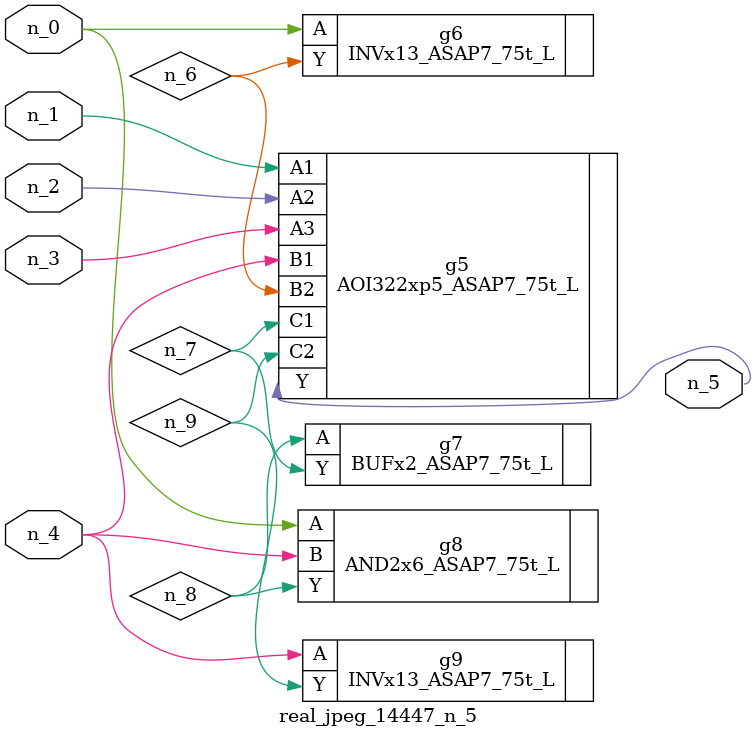
<source format=v>
module real_jpeg_14447_n_5 (n_4, n_0, n_1, n_2, n_3, n_5);

input n_4;
input n_0;
input n_1;
input n_2;
input n_3;

output n_5;

wire n_8;
wire n_6;
wire n_7;
wire n_9;

INVx13_ASAP7_75t_L g6 ( 
.A(n_0),
.Y(n_6)
);

AND2x6_ASAP7_75t_L g8 ( 
.A(n_0),
.B(n_4),
.Y(n_8)
);

AOI322xp5_ASAP7_75t_L g5 ( 
.A1(n_1),
.A2(n_2),
.A3(n_3),
.B1(n_4),
.B2(n_6),
.C1(n_7),
.C2(n_9),
.Y(n_5)
);

INVx13_ASAP7_75t_L g9 ( 
.A(n_4),
.Y(n_9)
);

BUFx2_ASAP7_75t_L g7 ( 
.A(n_8),
.Y(n_7)
);


endmodule
</source>
